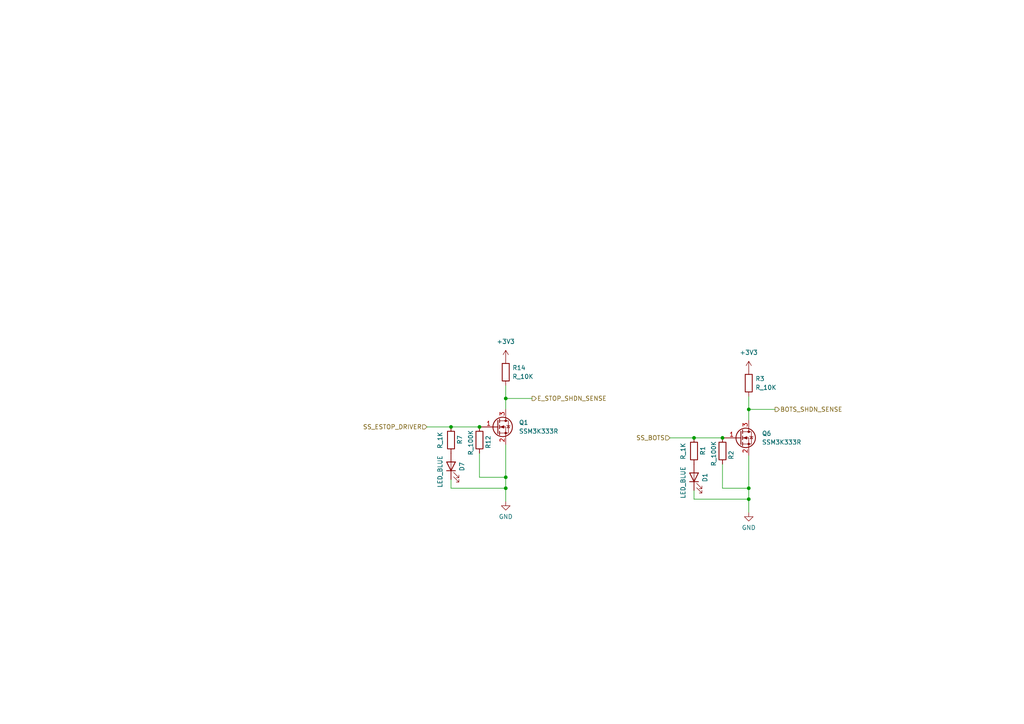
<source format=kicad_sch>
(kicad_sch (version 20211123) (generator eeschema)
  (paper "A4")
  (lib_symbols
    (symbol "OEM:LED_BLUE" (pin_numbers hide) (pin_names (offset 1.016) hide)
      (property "Reference" "D" (at 0 2.54 0))
      (property "Value" "LED_BLUE" (at 0 -2.54 0))
      (symbol "LED_BLUE_0_1"
        (polyline (pts (xy -1.27 -1.27) (xy -1.27 1.27)) (stroke (width 0.254)))
        (polyline (pts (xy -1.27 0) (xy 1.27 0)))
        (polyline (pts (xy 1.27 -1.27) (xy 1.27 1.27) (xy -1.27 0) (xy 1.27 -1.27)) (stroke (width 0.254)))
        (polyline (pts (xy -3.048 -0.762) (xy -4.572 -2.286) (xy -3.81 -2.286) (xy -4.572 -2.286) (xy -4.572 -1.524)))
        (polyline (pts (xy -1.778 -0.762) (xy -3.302 -2.286) (xy -2.54 -2.286) (xy -3.302 -2.286) (xy -3.302 -1.524)))
      )
      (symbol "LED_BLUE_1_1"
        (pin passive line (at -3.81 0 0) (length 2.54) (name "K") (number "1"))
        (pin passive line (at 3.81 0 180) (length 2.54) (name "A") (number "2"))
      )
    )
    (symbol "formula:R_100K" (pin_numbers hide) (pin_names (offset 0))
      (property "Reference" "R" (at 2.032 0 90))
      (property "Value" "R_100K" (at -2.54 0 90))
      (symbol "R_100K_0_1"
        (rectangle (start -1.016 -2.54) (end 1.016 2.54) (stroke (width 0.254)))
      )
      (symbol "R_100K_1_1"
        (pin passive line (at 0 3.81 270) (length 1.27) (name "~") (number "1"))
        (pin passive line (at 0 -3.81 90) (length 1.27) (name "~") (number "2"))
      )
    )
    (symbol "formula:R_10K" (pin_numbers hide) (pin_names (offset 0))
      (property "Reference" "R" (at 2.032 0 90))
      (property "Value" "R_10K" (at -2.54 0 90))
      (symbol "R_10K_0_1"
        (rectangle (start -1.016 -2.54) (end 1.016 2.54) (stroke (width 0.254)))
      )
      (symbol "R_10K_1_1"
        (pin passive line (at 0 3.81 270) (length 1.27) (name "~") (number "1"))
        (pin passive line (at 0 -3.81 90) (length 1.27) (name "~") (number "2"))
      )
    )
    (symbol "formula:R_1K" (pin_numbers hide) (pin_names (offset 0))
      (property "Reference" "R" (at 2.032 0 90))
      (property "Value" "R_1K" (at -2.54 0 90))
      (symbol "R_1K_0_1"
        (rectangle (start -1.016 -2.54) (end 1.016 2.54) (stroke (width 0.254)))
      )
      (symbol "R_1K_1_1"
        (pin passive line (at 0 3.81 270) (length 1.27) (name "~") (number "1"))
        (pin passive line (at 0 -3.81 90) (length 1.27) (name "~") (number "2"))
      )
    )
    (symbol "formula:SSM3K333R" (pin_names (offset 0) hide)
      (property "Reference" "Q" (at 5.08 1.905 0))
      (property "Value" "SSM3K333R" (at 5.08 0 0))
      (symbol "SSM3K333R_0_1"
        (polyline (pts (xy 0.762 -1.778) (xy 2.54 -1.778)))
        (polyline (pts (xy 0.762 -1.27) (xy 0.762 -2.286)) (stroke (width 0.254)))
        (polyline (pts (xy 0.762 0) (xy 2.54 0)))
        (polyline (pts (xy 0.762 0.508) (xy 0.762 -0.508)) (stroke (width 0.254)))
        (polyline (pts (xy 0.762 1.778) (xy 2.54 1.778)))
        (polyline (pts (xy 0.762 2.286) (xy 0.762 1.27)) (stroke (width 0.254)))
        (polyline (pts (xy 2.54 -1.778) (xy 2.54 -2.54)))
        (polyline (pts (xy 2.54 -1.778) (xy 2.54 0)))
        (polyline (pts (xy 2.54 2.54) (xy 2.54 1.778)))
        (polyline (pts (xy 0.254 1.905) (xy 0.254 -1.905) (xy 0.254 -1.905)) (stroke (width 0.254)))
        (polyline (pts (xy 1.016 0) (xy 2.032 0.381) (xy 2.032 -0.381) (xy 1.016 0)) (fill (type outline)))
        (polyline (pts (xy 2.54 -1.778) (xy 3.302 -1.778) (xy 3.302 1.778) (xy 2.54 1.778)))
        (polyline (pts (xy 2.794 0.508) (xy 2.921 0.381) (xy 3.683 0.381) (xy 3.81 0.254)))
        (polyline (pts (xy 3.302 0.381) (xy 2.921 -0.254) (xy 3.683 -0.254) (xy 3.302 0.381)))
        (circle (center 1.651 0) (radius 2.8194) (stroke (width 0.254)))
        (circle (center 2.54 -1.778) (radius 0.2794) (fill (type outline)))
        (circle (center 2.54 1.778) (radius 0.2794) (fill (type outline)))
      )
      (symbol "SSM3K333R_1_1"
        (pin input line (at -5.08 0 0) (length 5.334) (name "G") (number "1"))
        (pin passive line (at 2.54 -5.08 90) (length 2.54) (name "S") (number "2"))
        (pin passive line (at 2.54 5.08 270) (length 2.54) (name "D") (number "3"))
      )
    )
    (symbol "power:+3V3" (power) (pin_names (offset 0))
      (property "Value" "+3V3" (at 0 3.556 0))
      (symbol "+3V3_0_1"
        (polyline (pts (xy -0.762 1.27) (xy 0 2.54)))
        (polyline (pts (xy 0 0) (xy 0 2.54)))
        (polyline (pts (xy 0 2.54) (xy 0.762 1.27)))
      )
      (symbol "+3V3_1_1"
        (pin power_in line (at 0 0 90) (length 0) hide (name "+3V3") (number "1"))
      )
    )
    (symbol "power:GND" (power) (pin_names (offset 0))
      (property "Value" "GND" (at 0 -3.81 0))
      (symbol "GND_0_1"
        (polyline (pts (xy 0 0) (xy 0 -1.27) (xy 1.27 -1.27) (xy 0 -2.54) (xy -1.27 -1.27) (xy 0 -1.27)))
      )
      (symbol "GND_1_1"
        (pin power_in line (at 0 0 270) (length 0) hide (name "GND") (number "1"))
      )
    )
  )
  (junction (at 146.685 138.43))
  (junction (at 217.17 144.78))
  (junction (at 217.17 141.605))
  (junction (at 217.17 118.745))
  (junction (at 209.55 127))
  (junction (at 201.295 127))
  (junction (at 139.065 123.825))
  (junction (at 146.685 115.57))
  (junction (at 146.685 141.605))
  (junction (at 130.81 123.825))
  (wire (pts (xy 217.17 114.935) (xy 217.17 118.745)))
  (wire (pts (xy 217.17 132.08) (xy 217.17 141.605)))
  (wire (pts (xy 146.685 115.57) (xy 154.305 115.57)))
  (wire (pts (xy 130.81 139.065) (xy 130.81 141.605)))
  (wire (pts (xy 217.17 141.605) (xy 217.17 144.78)))
  (wire (pts (xy 146.685 115.57) (xy 146.685 118.745)))
  (wire (pts (xy 146.685 128.905) (xy 146.685 138.43)))
  (wire (pts (xy 209.55 141.605) (xy 217.17 141.605)))
  (wire (pts (xy 217.17 118.745) (xy 217.17 121.92)))
  (wire (pts (xy 146.685 111.76) (xy 146.685 115.57)))
  (wire (pts (xy 209.55 134.62) (xy 209.55 141.605)))
  (wire (pts (xy 217.17 118.745) (xy 224.79 118.745)))
  (wire (pts (xy 139.065 131.445) (xy 139.065 138.43)))
  (wire (pts (xy 130.81 141.605) (xy 146.685 141.605)))
  (wire (pts (xy 201.295 142.24) (xy 201.295 144.78)))
  (wire (pts (xy 146.685 138.43) (xy 146.685 141.605)))
  (wire (pts (xy 194.31 127) (xy 201.295 127)))
  (wire (pts (xy 201.295 144.78) (xy 217.17 144.78)))
  (wire (pts (xy 146.685 141.605) (xy 146.685 145.415)))
  (wire (pts (xy 130.81 123.825) (xy 139.065 123.825)))
  (wire (pts (xy 217.17 144.78) (xy 217.17 148.59)))
  (wire (pts (xy 123.825 123.825) (xy 130.81 123.825)))
  (wire (pts (xy 139.065 138.43) (xy 146.685 138.43)))
  (wire (pts (xy 201.295 127) (xy 209.55 127)))
  (hierarchical_label "SS_BOTS" (shape input) (at 194.31 127 180))
  (hierarchical_label "SS_ESTOP_DRIVER" (shape input) (at 123.825 123.825 180))
  (hierarchical_label "E_STOP_SHDN_SENSE" (shape output) (at 154.305 115.57 0))
  (hierarchical_label "BOTS_SHDN_SENSE" (shape output) (at 224.79 118.745 0))
  (symbol (lib_id "power:+3V3") (at 146.685 104.14 0) (unit 1)
    (property "Reference" "#PWR?" (effects hide))
    (property "Value" "+3V3" (at 146.685 99.06 0))
  )
  (symbol (lib_id "formula:R_10K") (at 217.17 111.125 0) (unit 1)
    (property "Reference" "R3" (at 219.075 109.8549 0) (effects (justify left)))
    (property "Value" "R_10K" (at 219.075 112.3949 0) (effects (justify left)))
    (property "Footprint" "footprints:R_0805_OEM" (effects hide))
    (property "Datasheet" "http://www.bourns.com/data/global/pdfs/CRS.pdf" (effects hide))
    (property "MFN" "DK" (effects hide))
    (property "MPN" "CRS0805-FX-1002ELFCT-ND" (effects hide))
    (property "PurchasingLink" "https://www.digikey.com/products/en?keywords=CRS0805-FX-1002ELFCT-ND" (effects hide))
  )
  (symbol (lib_id "formula:SSM3K333R") (at 144.145 123.825 0) (unit 1)
    (property "Reference" "Q1" (at 150.495 122.5549 0) (effects (justify left)))
    (property "Value" "SSM3K333R" (at 150.495 125.0949 0) (effects (justify left)))
    (property "Footprint" "footprints:SOT-23F" (effects hide))
    (property "Datasheet" "https://drive.google.com/drive/folders/0B-V-iZf33Y4GNzhDQTJZanJRbVk" (effects hide))
    (property "MFN" "DK" (effects hide))
    (property "MPN" "SSM3K333RLFCT-ND" (effects hide))
    (property "PurchasingLink" "https://www.digikey.com/product-detail/en/toshiba-semiconductor-and-storage/SSM3K333RLF/SSM3K333RLFCT-ND/3522391" (effects hide))
  )
  (symbol (lib_id "OEM:LED_BLUE") (at 201.295 138.43 90) (unit 1)
    (property "Reference" "D1" (at 204.47 137.16 0) (effects (justify right)))
    (property "Value" "LED_BLUE" (at 198.12 135.255 0) (effects (justify right)))
    (property "Footprint" "OEM:CHIPLED_0805" (effects hide))
  )
  (symbol (lib_id "formula:R_10K") (at 146.685 107.95 0) (unit 1)
    (property "Reference" "R14" (at 148.59 106.6799 0) (effects (justify left)))
    (property "Value" "R_10K" (at 148.59 109.2199 0) (effects (justify left)))
    (property "Footprint" "footprints:R_0805_OEM" (effects hide))
    (property "Datasheet" "http://www.bourns.com/data/global/pdfs/CRS.pdf" (effects hide))
    (property "MFN" "DK" (effects hide))
    (property "MPN" "CRS0805-FX-1002ELFCT-ND" (effects hide))
    (property "PurchasingLink" "https://www.digikey.com/products/en?keywords=CRS0805-FX-1002ELFCT-ND" (effects hide))
  )
  (symbol (lib_id "formula:R_1K") (at 201.295 130.81 0) (unit 1)
    (property "Reference" "R1" (at 203.835 132.08 90) (effects (justify left)))
    (property "Value" "R_1K" (at 198.12 133.35 90) (effects (justify left)))
    (property "Footprint" "footprints:R_0805_OEM" (effects hide))
    (property "Datasheet" "https://www.seielect.com/Catalog/SEI-rncp.pdf" (effects hide))
    (property "MFN" "DK" (effects hide))
    (property "MPN" "RNCP0805FTD1K00CT-ND" (effects hide))
    (property "PurchasingLink" "https://www.digikey.com/products/en?keywords=RNCP0805FTD1K00CT-ND" (effects hide))
  )
  (symbol (lib_id "power:GND") (at 217.17 148.59 0) (unit 1)
    (property "Reference" "#PWR?" (effects hide))
    (property "Value" "GND" (at 217.17 153.035 0))
  )
  (symbol (lib_id "formula:R_100K") (at 209.55 130.81 0) (unit 1)
    (property "Reference" "R2" (at 212.09 133.35 90) (effects (justify left)))
    (property "Value" "R_100K" (at 207.01 135.255 90) (effects (justify left)))
    (property "Footprint" "footprints:R_0805_OEM" (effects hide))
    (property "Datasheet" "https://industrial.panasonic.com/cdbs/www-data/pdf/RDA0000/AOA0000C304.pdf" (effects hide))
    (property "MFN" "DK" (effects hide))
    (property "MPN" "P100KCCT-ND" (effects hide))
    (property "PurchasingLink" "https://www.digikey.com/product-detail/en/panasonic-electronic-components/ERJ-6ENF1003V/P100KCCT-ND/119551" (effects hide))
  )
  (symbol (lib_id "power:GND") (at 146.685 145.415 0) (unit 1)
    (property "Reference" "#PWR?" (effects hide))
    (property "Value" "GND" (at 146.685 149.86 0))
  )
  (symbol (lib_id "power:+3V3") (at 217.17 107.315 0) (unit 1)
    (property "Reference" "#PWR?" (effects hide))
    (property "Value" "+3V3" (at 217.17 102.235 0))
  )
  (symbol (lib_id "OEM:LED_BLUE") (at 130.81 135.255 90) (unit 1)
    (property "Reference" "D7" (at 133.985 133.985 0) (effects (justify right)))
    (property "Value" "LED_BLUE" (at 127.635 132.08 0) (effects (justify right)))
    (property "Footprint" "OEM:CHIPLED_0805" (effects hide))
  )
  (symbol (lib_id "formula:SSM3K333R") (at 214.63 127 0) (unit 1)
    (property "Reference" "Q6" (at 220.98 125.7299 0) (effects (justify left)))
    (property "Value" "SSM3K333R" (at 220.98 128.2699 0) (effects (justify left)))
    (property "Footprint" "footprints:SOT-23F" (effects hide))
    (property "Datasheet" "https://drive.google.com/drive/folders/0B-V-iZf33Y4GNzhDQTJZanJRbVk" (effects hide))
    (property "MFN" "DK" (effects hide))
    (property "MPN" "SSM3K333RLFCT-ND" (effects hide))
    (property "PurchasingLink" "https://www.digikey.com/product-detail/en/toshiba-semiconductor-and-storage/SSM3K333RLF/SSM3K333RLFCT-ND/3522391" (effects hide))
  )
  (symbol (lib_id "formula:R_1K") (at 130.81 127.635 0) (unit 1)
    (property "Reference" "R7" (at 133.35 128.905 90) (effects (justify left)))
    (property "Value" "R_1K" (at 127.635 130.175 90) (effects (justify left)))
    (property "Footprint" "footprints:R_0805_OEM" (effects hide))
    (property "Datasheet" "https://www.seielect.com/Catalog/SEI-rncp.pdf" (effects hide))
    (property "MFN" "DK" (effects hide))
    (property "MPN" "RNCP0805FTD1K00CT-ND" (effects hide))
    (property "PurchasingLink" "https://www.digikey.com/products/en?keywords=RNCP0805FTD1K00CT-ND" (effects hide))
  )
  (symbol (lib_id "formula:R_100K") (at 139.065 127.635 0) (unit 1)
    (property "Reference" "R12" (at 141.605 130.175 90) (effects (justify left)))
    (property "Value" "R_100K" (at 136.525 132.08 90) (effects (justify left)))
    (property "Footprint" "footprints:R_0805_OEM" (effects hide))
    (property "Datasheet" "https://industrial.panasonic.com/cdbs/www-data/pdf/RDA0000/AOA0000C304.pdf" (effects hide))
    (property "MFN" "DK" (effects hide))
    (property "MPN" "P100KCCT-ND" (effects hide))
    (property "PurchasingLink" "https://www.digikey.com/product-detail/en/panasonic-electronic-components/ERJ-6ENF1003V/P100KCCT-ND/119551" (effects hide))
  )
)
</source>
